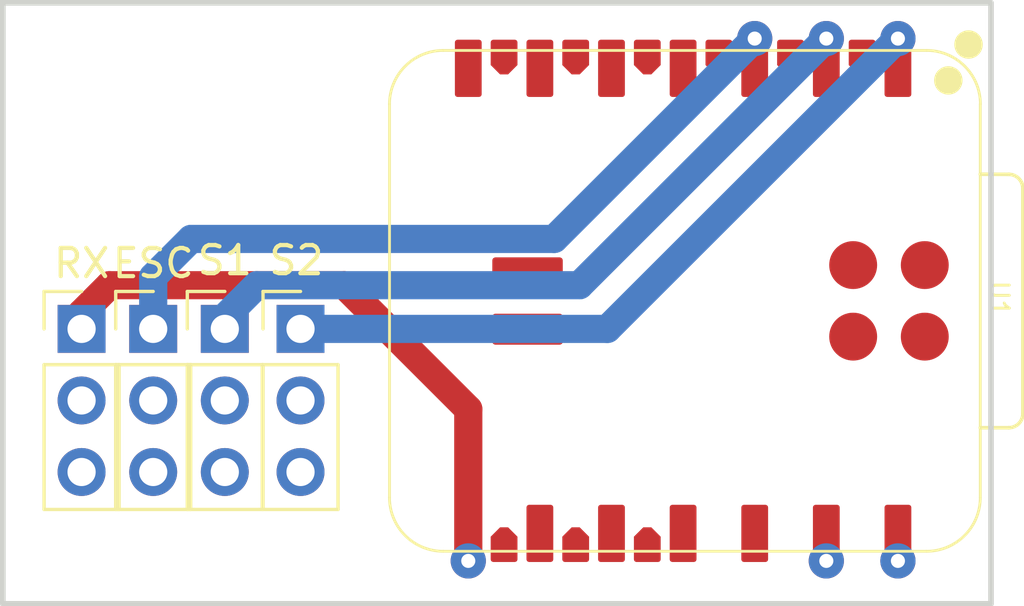
<source format=kicad_pcb>
(kicad_pcb (version 20241229) (generator "pcbnew") (generator_version "9.0")
  (layers (0 "F.Cu" signal) (4 "In1.Cu" signal) (6 "In2.Cu" signal) (2 "B.Cu" signal) (13 "F.Paste" user) (15 "B.Paste" user) (5 "F.SilkS" user "F.Silkscreen") (7 "B.SilkS" user "B.Silkscreen") (1 "F.Mask" user) (3 "B.Mask" user) (25 "Edge.Cuts" user))
  (net 0 "")
  (net 1 "Net-(M1-PWM)")
  (net 2 "Net-(M2-PWM)")
  (net 11 "GND")
  (net 12 "+5V")
  (net 13 "Net-(ESC1-Pin_1)")
  (net 14 "Net-(RX1-Pin_1)")
  (footprint "Connector_PinHeader_2.54mm:PinHeader_1x03_P2.54mm_Vertical" (layer "F.Cu") (at 127.327 110.744)
    (property "Reference" "ESC" (at 0 -2.33 0) (layer "F.SilkS"))
    (property "Value" "Conn_01x03" (hide yes))
    (fp_line (start -1.33 -1.33) (end 0 -1.33) (stroke (width 0.12)) (layer "F.SilkS"))
    (fp_line (start -1.33 0) (end -1.33 -1.33) (stroke (width 0.12)) (layer "F.SilkS"))
    (fp_line (start -1.33 1.27) (end -1.33 6.41) (stroke (width 0.12)) (layer "F.SilkS"))
    (fp_line (start -1.33 1.27) (end 1.33 1.27) (stroke (width 0.12)) (layer "F.SilkS"))
    (fp_line (start -1.33 6.41) (end 1.33 6.41) (stroke (width 0.12)) (layer "F.SilkS"))
    (fp_line (start 1.33 1.27) (end 1.33 6.41) (stroke (width 0.12)) (layer "F.SilkS"))
    (pad "1" thru_hole rect (at 0 0) (size 1.7 1.7) (drill 1) (layers "*.Cu" "*.Mask") (net 13 "Net-(ESC1-Pin_1)"))
    (pad "2" thru_hole oval (at 0 2.54) (size 1.7 1.7) (drill 1) (layers "*.Cu" "*.Mask") (net 12 "+5V"))
    (pad "3" thru_hole oval (at 0 5.08) (size 1.7 1.7) (drill 1) (layers "*.Cu" "*.Mask") (net 11 "GND"))
  )
  (footprint "KiCAD:XIAO-nRF52840-Plus-SMD" (layer "F.Cu") (at 146.123 109.7485)
    (property "Reference" "U1" (at 11.225 -0.075 270) (layer "F.SilkS") (effects (font (size 0.635 0.635) (thickness 0.1016))))
    (property "Value" "XIAO-nRF52840-DIP")
    (fp_line (start -10.414 -6.985) (end -10.414 6.985) (stroke (width 0.1)) (layer "F.SilkS"))
    (fp_line (start -8.509 -8.89) (end 8.636 -8.89) (stroke (width 0.1)) (layer "F.SilkS"))
    (fp_line (start -8.509 8.89) (end 8.636 8.89) (stroke (width 0.1)) (layer "F.SilkS"))
    (fp_line (start 10.541 -4.495) (end 11.551272 -4.491272) (stroke (width 0.127)) (layer "F.SilkS"))
    (fp_line (start 10.541 6.985) (end 10.541 -6.985) (stroke (width 0.1)) (layer "F.SilkS"))
    (fp_line (start 11.551 4.504) (end 10.541 4.504) (stroke (width 0.127)) (layer "F.SilkS"))
    (fp_line (start 12.051 -3.991272) (end 12.051 4.004) (stroke (width 0.127)) (layer "F.SilkS"))
    (fp_arc (start -10.414 -6.985) (mid -9.856038 -8.332038) (end -8.509 -8.89) (stroke (width 0.1)) (layer "F.SilkS"))
    (fp_arc (start -8.509 8.89) (mid -9.856038 8.332038) (end -10.414 6.985) (stroke (width 0.1)) (layer "F.SilkS"))
    (fp_arc (start 8.64 -8.89) (mid 9.987038 -8.332038) (end 10.545 -6.985) (stroke (width 0.1)) (layer "F.SilkS"))
    (fp_arc (start 10.541 6.985) (mid 9.983024 8.332024) (end 8.636 8.89) (stroke (width 0.1)) (layer "F.SilkS"))
    (fp_arc (start 11.551272 -4.491272) (mid 11.904644 -4.344724) (end 12.051 -3.991272) (stroke (width 0.127)) (layer "F.SilkS"))
    (fp_arc (start 12.051 4.004) (mid 11.904524 4.357524) (end 11.551 4.504) (stroke (width 0.127)) (layer "F.SilkS"))
    (fp_circle (center 9.408 -7.826) (end 9.662 -7.826) (stroke (width 0.5)) (fill yes) (layer "F.SilkS"))
    (fp_circle (center 10.125 -9.1) (end 10.379 -9.1) (stroke (width 0.5)) (fill yes) (layer "F.SilkS"))
    (pad "1" smd roundrect (at 7.62 -8.255 90) (size 2.032 0.95) (layers "F.Cu" "F.Mask" "F.Paste") (roundrect_rratio 0.1) (net 2 "Net-(M2-PWM)"))
    (pad "2" smd roundrect (at 5.08 -8.255 90) (size 2.032 0.95) (layers "F.Cu" "F.Mask" "F.Paste") (roundrect_rratio 0.1) (net 1 "Net-(M1-PWM)"))
    (pad "3" smd roundrect (at 2.54 -8.255 90) (size 2.032 0.95) (layers "F.Cu" "F.Mask" "F.Paste") (roundrect_rratio 0.1) (net 13 "Net-(ESC1-Pin_1)"))
    (pad "4" smd roundrect (at 0 -8.255 90) (size 2.032 0.95) (layers "F.Cu" "F.Mask" "F.Paste") (roundrect_rratio 0.1))
    (pad "5" smd roundrect (at -2.54 -8.255 90) (size 2.032 0.95) (layers "F.Cu" "F.Mask" "F.Paste") (roundrect_rratio 0.1))
    (pad "6" smd roundrect (at -5.08 -8.255 90) (size 2.032 0.95) (layers "F.Cu" "F.Mask" "F.Paste") (roundrect_rratio 0.1))
    (pad "7" smd roundrect (at -7.62 -8.255 90) (size 2.032 0.95) (layers "F.Cu" "F.Mask" "F.Paste") (roundrect_rratio 0.1))
    (pad "8" smd roundrect (at -7.62 8.255 270) (size 2.032 0.95) (layers "F.Cu" "F.Mask" "F.Paste") (roundrect_rratio 0.1) (net 14 "Net-(RX1-Pin_1)"))
    (pad "9" smd roundrect (at -5.08 8.255 270) (size 2.032 0.95) (layers "F.Cu" "F.Mask" "F.Paste") (roundrect_rratio 0.1))
    (pad "10" smd roundrect (at -2.54 8.255 270) (size 2.032 0.95) (layers "F.Cu" "F.Mask" "F.Paste") (roundrect_rratio 0.1))
    (pad "11" smd roundrect (at 0 8.255 270) (size 2.032 0.95) (layers "F.Cu" "F.Mask" "F.Paste") (roundrect_rratio 0.1))
    (pad "12" smd roundrect (at 2.54 8.255 270) (size 2.032 0.95) (layers "F.Cu" "F.Mask" "F.Paste") (roundrect_rratio 0.1))
    (pad "13" smd roundrect (at 5.08 8.255 270) (size 2.032 0.95) (layers "F.Cu" "F.Mask" "F.Paste") (roundrect_rratio 0.1) (net 11 "GND"))
    (pad "14" smd roundrect (at 7.62 8.255 270) (size 2.032 0.95) (layers "F.Cu" "F.Mask" "F.Paste") (roundrect_rratio 0.1) (net 12 "+5V"))
    (pad "15" smd roundrect (at 6.35 -8.655 90) (size 1.232 0.95) (layers "F.Cu" "F.Mask" "F.Paste") (roundrect_rratio 0.1) (chamfer_ratio 0.35) (chamfer top_left bottom_left))
    (pad "16" smd roundrect (at 3.81 -8.655 90) (size 1.232 0.95) (layers "F.Cu" "F.Mask" "F.Paste") (roundrect_rratio 0.1) (chamfer_ratio 0.35) (chamfer top_left bottom_left))
    (pad "17" smd roundrect (at 1.27 -8.655 90) (size 1.232 0.95) (layers "F.Cu" "F.Mask" "F.Paste") (roundrect_rratio 0.1) (chamfer_ratio 0.35) (chamfer top_left bottom_left))
    (pad "18" smd roundrect (at -1.27 -8.655 90) (size 1.232 0.95) (layers "F.Cu" "F.Mask" "F.Paste") (roundrect_rratio 0.1) (chamfer_ratio 0.35) (chamfer top_left bottom_left))
    (pad "19" smd roundrect (at -3.81 -8.655 90) (size 1.232 0.95) (layers "F.Cu" "F.Mask" "F.Paste") (roundrect_rratio 0.1) (chamfer_ratio 0.35) (chamfer top_left bottom_left))
    (pad "20" smd roundrect (at -6.35 -8.655 90) (size 1.232 0.95) (layers "F.Cu" "F.Mask" "F.Paste") (roundrect_rratio 0.1) (chamfer_ratio 0.35) (chamfer top_left bottom_left))
    (pad "21" smd roundrect (at -6.35 8.655 270) (size 1.232 0.95) (layers "F.Cu" "F.Mask" "F.Paste") (roundrect_rratio 0.1) (chamfer_ratio 0.35) (chamfer top_left bottom_left))
    (pad "22" smd roundrect (at -3.81 8.655 270) (size 1.232 0.95) (layers "F.Cu" "F.Mask" "F.Paste") (roundrect_rratio 0.1) (chamfer_ratio 0.35) (chamfer top_left bottom_left))
    (pad "23" smd roundrect (at -1.27 8.655 270) (size 1.232 0.95) (layers "F.Cu" "F.Mask" "F.Paste") (roundrect_rratio 0.1) (chamfer_ratio 0.35) (chamfer top_left bottom_left))
    (pad "24" smd circle (at 8.5725 -1.27 270) (size 1.7 1.7) (layers "F.Cu" "F.Mask" "F.Paste"))
    (pad "25" smd circle (at 8.5725 1.27 270) (size 1.7 1.7) (layers "F.Cu" "F.Mask" "F.Paste"))
    (pad "26" smd circle (at 6.0325 -1.27 270) (size 1.7 1.7) (layers "F.Cu" "F.Mask" "F.Paste"))
    (pad "27" smd circle (at 6.0325 1.27 270) (size 1.7 1.7) (layers "F.Cu" "F.Mask" "F.Paste"))
    (pad "32" smd roundrect (at -5.517823 -0.993988 180) (size 2.5 1.1) (layers "F.Cu" "F.Mask" "F.Paste") (roundrect_rratio 0.1))
    (pad "33" smd roundrect (at -5.517823 1.006012 180) (size 2.5 1.1) (layers "F.Cu" "F.Mask" "F.Paste") (roundrect_rratio 0.1))
  )
  (footprint "Connector_PinHeader_2.54mm:PinHeader_1x03_P2.54mm_Vertical" (layer "F.Cu") (at 132.553 110.744)
    (property "Reference" "S2" (at -0.146 -2.432 0) (layer "F.SilkS"))
    (property "Value" "Motor_Servo" (hide yes))
    (fp_line (start -1.33 -1.33) (end 0 -1.33) (stroke (width 0.12)) (layer "F.SilkS"))
    (fp_line (start -1.33 0) (end -1.33 -1.33) (stroke (width 0.12)) (layer "F.SilkS"))
    (fp_line (start -1.33 1.27) (end -1.33 6.41) (stroke (width 0.12)) (layer "F.SilkS"))
    (fp_line (start -1.33 1.27) (end 1.33 1.27) (stroke (width 0.12)) (layer "F.SilkS"))
    (fp_line (start -1.33 6.41) (end 1.33 6.41) (stroke (width 0.12)) (layer "F.SilkS"))
    (fp_line (start 1.33 1.27) (end 1.33 6.41) (stroke (width 0.12)) (layer "F.SilkS"))
    (pad "1" thru_hole rect (at 0 0) (size 1.7 1.7) (drill 1) (layers "*.Cu" "*.Mask") (net 2 "Net-(M2-PWM)"))
    (pad "2" thru_hole oval (at 0 2.54) (size 1.7 1.7) (drill 1) (layers "*.Cu" "*.Mask") (net 12 "+5V"))
    (pad "3" thru_hole oval (at 0 5.08) (size 1.7 1.7) (drill 1) (layers "*.Cu" "*.Mask") (net 11 "GND"))
  )
  (footprint "Connector_PinHeader_2.54mm:PinHeader_1x03_P2.54mm_Vertical" (layer "F.Cu") (at 129.867 110.744)
    (property "Reference" "S1" (at 0 -2.432 0) (layer "F.SilkS"))
    (property "Value" "Motor_Servo" (hide yes))
    (fp_line (start -1.33 -1.33) (end 0 -1.33) (stroke (width 0.12)) (layer "F.SilkS"))
    (fp_line (start -1.33 0) (end -1.33 -1.33) (stroke (width 0.12)) (layer "F.SilkS"))
    (fp_line (start -1.33 1.27) (end -1.33 6.41) (stroke (width 0.12)) (layer "F.SilkS"))
    (fp_line (start -1.33 1.27) (end 1.33 1.27) (stroke (width 0.12)) (layer "F.SilkS"))
    (fp_line (start -1.33 6.41) (end 1.33 6.41) (stroke (width 0.12)) (layer "F.SilkS"))
    (fp_line (start 1.33 1.27) (end 1.33 6.41) (stroke (width 0.12)) (layer "F.SilkS"))
    (pad "1" thru_hole rect (at 0 0) (size 1.7 1.7) (drill 1) (layers "*.Cu" "*.Mask") (net 1 "Net-(M1-PWM)"))
    (pad "2" thru_hole oval (at 0 2.54) (size 1.7 1.7) (drill 1) (layers "*.Cu" "*.Mask") (net 12 "+5V"))
    (pad "3" thru_hole oval (at 0 5.08) (size 1.7 1.7) (drill 1) (layers "*.Cu" "*.Mask") (net 11 "GND"))
  )
  (footprint "Connector_PinHeader_2.54mm:PinHeader_1x03_P2.54mm_Vertical" (layer "F.Cu") (at 124.787 110.744)
    (property "Reference" "RX" (at 0 -2.33 0) (layer "F.SilkS"))
    (property "Value" "Conn_01x03" (hide yes))
    (fp_line (start -1.33 -1.33) (end 0 -1.33) (stroke (width 0.12)) (layer "F.SilkS"))
    (fp_line (start -1.33 0) (end -1.33 -1.33) (stroke (width 0.12)) (layer "F.SilkS"))
    (fp_line (start -1.33 1.27) (end -1.33 6.41) (stroke (width 0.12)) (layer "F.SilkS"))
    (fp_line (start -1.33 1.27) (end 1.33 1.27) (stroke (width 0.12)) (layer "F.SilkS"))
    (fp_line (start -1.33 6.41) (end 1.33 6.41) (stroke (width 0.12)) (layer "F.SilkS"))
    (fp_line (start 1.33 1.27) (end 1.33 6.41) (stroke (width 0.12)) (layer "F.SilkS"))
    (pad "1" thru_hole rect (at 0 0) (size 1.7 1.7) (drill 1) (layers "*.Cu" "*.Mask") (net 14 "Net-(RX1-Pin_1)"))
    (pad "2" thru_hole oval (at 0 2.54) (size 1.7 1.7) (drill 1) (layers "*.Cu" "*.Mask") (net 12 "+5V"))
    (pad "3" thru_hole oval (at 0 5.08) (size 1.7 1.7) (drill 1) (layers "*.Cu" "*.Mask") (net 11 "GND"))
  )
  (gr_rect (start 121.993 99.168) (end 157.045 120.504) (stroke (width 0.2)) (fill no) (layer "Edge.Cuts"))
  (via (at 151.203 100.438) (size 1.25) (drill 0.5) (layers "F.Cu" "B.Cu") (net 1))
  (segment (start 142.448 109.193) (end 131.002 109.193) (width 1) (layer "B.Cu") (net 1))
  (segment (start 151.203 100.438) (end 142.448 109.193) (width 1) (layer "B.Cu") (net 1))
  (segment (start 131.002 109.193) (end 129.867 110.328) (width 1) (layer "B.Cu") (net 1))
  (segment (start 129.867 110.328) (end 129.867 110.744) (width 1) (layer "B.Cu") (net 1))
  (via (at 153.743 100.438) (size 1.25) (drill 0.5) (layers "F.Cu" "B.Cu") (net 2))
  (segment (start 132.553 110.744) (end 132.915 110.744) (width 1) (layer "B.Cu") (net 2))
  (segment (start 132.915 110.744) (end 143.437 110.744) (width 1) (layer "B.Cu") (net 2))
  (segment (start 143.437 110.744) (end 153.743 100.438) (width 1) (layer "B.Cu") (net 2))
  (via (at 151.203 118.98) (size 1.25) (drill 0.5) (layers "F.Cu" "B.Cu") (net 11))
  (via (at 153.743 118.98) (size 1.25) (drill 0.5) (layers "F.Cu" "B.Cu") (net 12))
  (via (at 148.663 100.438) (size 1.25) (drill 0.5) (layers "F.Cu" "B.Cu") (net 13))
  (segment (start 128.671 107.55) (end 127.327 108.894) (width 1) (layer "B.Cu") (net 13))
  (segment (start 127.327 108.894) (end 127.327 110.744) (width 1) (layer "B.Cu") (net 13))
  (segment (start 148.663 100.438) (end 141.551 107.55) (width 1) (layer "B.Cu") (net 13))
  (segment (start 141.551 107.55) (end 128.671 107.55) (width 1) (layer "B.Cu") (net 13))
  (segment (start 138.503 113.592) (end 134.104 109.193) (width 1) (layer "F.Cu") (net 14))
  (segment (start 124.787 110.182) (end 124.787 110.744) (width 1) (layer "F.Cu") (net 14))
  (segment (start 138.503 118.98) (end 138.503 113.592) (width 1) (layer "F.Cu") (net 14))
  (segment (start 134.104 109.193) (end 125.776 109.193) (width 1) (layer "F.Cu") (net 14))
  (segment (start 125.776 109.193) (end 124.787 110.182) (width 1) (layer "F.Cu") (net 14))
  (via (at 138.503 118.98) (size 1.25) (drill 0.5) (layers "F.Cu" "B.Cu") (net 14))
)
</source>
